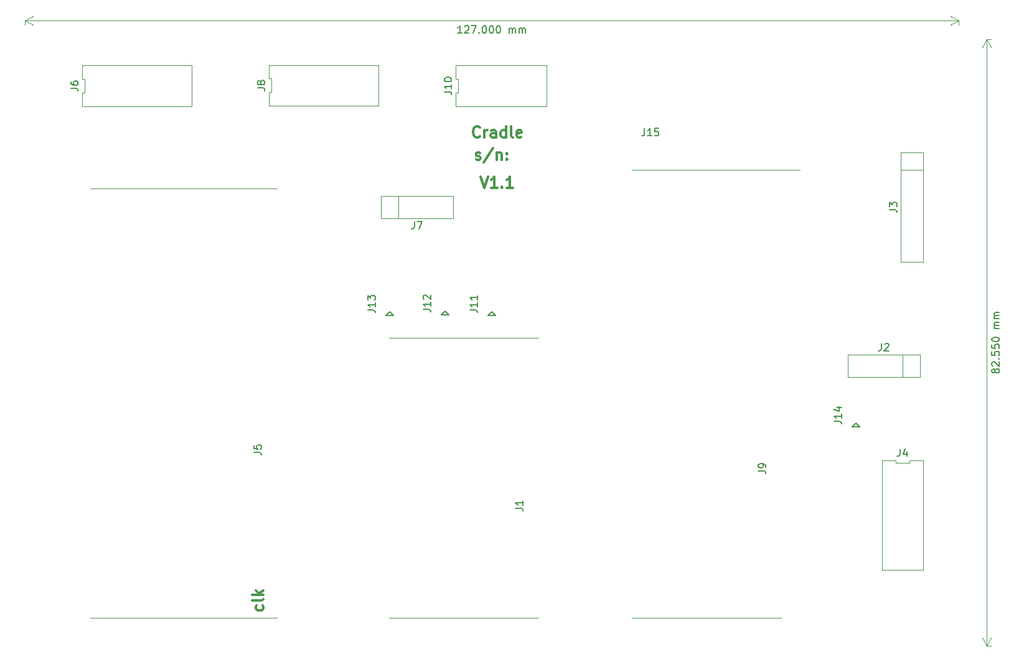
<source format=gbr>
G04 #@! TF.GenerationSoftware,KiCad,Pcbnew,(5.1.5)-3*
G04 #@! TF.CreationDate,2020-09-20T19:43:39-07:00*
G04 #@! TF.ProjectId,qf-cradle,71662d63-7261-4646-9c65-2e6b69636164,rev?*
G04 #@! TF.SameCoordinates,Original*
G04 #@! TF.FileFunction,Legend,Top*
G04 #@! TF.FilePolarity,Positive*
%FSLAX46Y46*%
G04 Gerber Fmt 4.6, Leading zero omitted, Abs format (unit mm)*
G04 Created by KiCad (PCBNEW (5.1.5)-3) date 2020-09-20 19:43:39*
%MOMM*%
%LPD*%
G04 APERTURE LIST*
%ADD10C,0.300000*%
%ADD11C,0.150000*%
%ADD12C,0.120000*%
G04 APERTURE END LIST*
D10*
X121666285Y-82236571D02*
X122166285Y-83736571D01*
X122666285Y-82236571D01*
X123952000Y-83736571D02*
X123094857Y-83736571D01*
X123523428Y-83736571D02*
X123523428Y-82236571D01*
X123380571Y-82450857D01*
X123237714Y-82593714D01*
X123094857Y-82665142D01*
X124594857Y-83593714D02*
X124666285Y-83665142D01*
X124594857Y-83736571D01*
X124523428Y-83665142D01*
X124594857Y-83593714D01*
X124594857Y-83736571D01*
X126094857Y-83736571D02*
X125237714Y-83736571D01*
X125666285Y-83736571D02*
X125666285Y-82236571D01*
X125523428Y-82450857D01*
X125380571Y-82593714D01*
X125237714Y-82665142D01*
X92047142Y-140537000D02*
X92118571Y-140679857D01*
X92118571Y-140965571D01*
X92047142Y-141108428D01*
X91975714Y-141179857D01*
X91832857Y-141251285D01*
X91404285Y-141251285D01*
X91261428Y-141179857D01*
X91190000Y-141108428D01*
X91118571Y-140965571D01*
X91118571Y-140679857D01*
X91190000Y-140537000D01*
X92118571Y-139679857D02*
X92047142Y-139822714D01*
X91904285Y-139894142D01*
X90618571Y-139894142D01*
X92118571Y-139108428D02*
X90618571Y-139108428D01*
X91547142Y-138965571D02*
X92118571Y-138537000D01*
X91118571Y-138537000D02*
X91690000Y-139108428D01*
X121047142Y-79855142D02*
X121190000Y-79926571D01*
X121475714Y-79926571D01*
X121618571Y-79855142D01*
X121690000Y-79712285D01*
X121690000Y-79640857D01*
X121618571Y-79498000D01*
X121475714Y-79426571D01*
X121261428Y-79426571D01*
X121118571Y-79355142D01*
X121047142Y-79212285D01*
X121047142Y-79140857D01*
X121118571Y-78998000D01*
X121261428Y-78926571D01*
X121475714Y-78926571D01*
X121618571Y-78998000D01*
X123404285Y-78355142D02*
X122118571Y-80283714D01*
X123904285Y-78926571D02*
X123904285Y-79926571D01*
X123904285Y-79069428D02*
X123975714Y-78998000D01*
X124118571Y-78926571D01*
X124332857Y-78926571D01*
X124475714Y-78998000D01*
X124547142Y-79140857D01*
X124547142Y-79926571D01*
X125261428Y-79783714D02*
X125332857Y-79855142D01*
X125261428Y-79926571D01*
X125190000Y-79855142D01*
X125261428Y-79783714D01*
X125261428Y-79926571D01*
X125261428Y-78998000D02*
X125332857Y-79069428D01*
X125261428Y-79140857D01*
X125190000Y-79069428D01*
X125261428Y-78998000D01*
X125261428Y-79140857D01*
X121559142Y-76735714D02*
X121487714Y-76807142D01*
X121273428Y-76878571D01*
X121130571Y-76878571D01*
X120916285Y-76807142D01*
X120773428Y-76664285D01*
X120702000Y-76521428D01*
X120630571Y-76235714D01*
X120630571Y-76021428D01*
X120702000Y-75735714D01*
X120773428Y-75592857D01*
X120916285Y-75450000D01*
X121130571Y-75378571D01*
X121273428Y-75378571D01*
X121487714Y-75450000D01*
X121559142Y-75521428D01*
X122202000Y-76878571D02*
X122202000Y-75878571D01*
X122202000Y-76164285D02*
X122273428Y-76021428D01*
X122344857Y-75950000D01*
X122487714Y-75878571D01*
X122630571Y-75878571D01*
X123773428Y-76878571D02*
X123773428Y-76092857D01*
X123702000Y-75950000D01*
X123559142Y-75878571D01*
X123273428Y-75878571D01*
X123130571Y-75950000D01*
X123773428Y-76807142D02*
X123630571Y-76878571D01*
X123273428Y-76878571D01*
X123130571Y-76807142D01*
X123059142Y-76664285D01*
X123059142Y-76521428D01*
X123130571Y-76378571D01*
X123273428Y-76307142D01*
X123630571Y-76307142D01*
X123773428Y-76235714D01*
X125130571Y-76878571D02*
X125130571Y-75378571D01*
X125130571Y-76807142D02*
X124987714Y-76878571D01*
X124702000Y-76878571D01*
X124559142Y-76807142D01*
X124487714Y-76735714D01*
X124416285Y-76592857D01*
X124416285Y-76164285D01*
X124487714Y-76021428D01*
X124559142Y-75950000D01*
X124702000Y-75878571D01*
X124987714Y-75878571D01*
X125130571Y-75950000D01*
X126059142Y-76878571D02*
X125916285Y-76807142D01*
X125844857Y-76664285D01*
X125844857Y-75378571D01*
X127202000Y-76807142D02*
X127059142Y-76878571D01*
X126773428Y-76878571D01*
X126630571Y-76807142D01*
X126559142Y-76664285D01*
X126559142Y-76092857D01*
X126630571Y-75950000D01*
X126773428Y-75878571D01*
X127059142Y-75878571D01*
X127202000Y-75950000D01*
X127273428Y-76092857D01*
X127273428Y-76235714D01*
X126559142Y-76378571D01*
D11*
X191650952Y-108727380D02*
X191603333Y-108822619D01*
X191555714Y-108870238D01*
X191460476Y-108917857D01*
X191412857Y-108917857D01*
X191317619Y-108870238D01*
X191270000Y-108822619D01*
X191222380Y-108727380D01*
X191222380Y-108536904D01*
X191270000Y-108441666D01*
X191317619Y-108394047D01*
X191412857Y-108346428D01*
X191460476Y-108346428D01*
X191555714Y-108394047D01*
X191603333Y-108441666D01*
X191650952Y-108536904D01*
X191650952Y-108727380D01*
X191698571Y-108822619D01*
X191746190Y-108870238D01*
X191841428Y-108917857D01*
X192031904Y-108917857D01*
X192127142Y-108870238D01*
X192174761Y-108822619D01*
X192222380Y-108727380D01*
X192222380Y-108536904D01*
X192174761Y-108441666D01*
X192127142Y-108394047D01*
X192031904Y-108346428D01*
X191841428Y-108346428D01*
X191746190Y-108394047D01*
X191698571Y-108441666D01*
X191650952Y-108536904D01*
X191317619Y-107965476D02*
X191270000Y-107917857D01*
X191222380Y-107822619D01*
X191222380Y-107584523D01*
X191270000Y-107489285D01*
X191317619Y-107441666D01*
X191412857Y-107394047D01*
X191508095Y-107394047D01*
X191650952Y-107441666D01*
X192222380Y-108013095D01*
X192222380Y-107394047D01*
X192127142Y-106965476D02*
X192174761Y-106917857D01*
X192222380Y-106965476D01*
X192174761Y-107013095D01*
X192127142Y-106965476D01*
X192222380Y-106965476D01*
X191222380Y-106013095D02*
X191222380Y-106489285D01*
X191698571Y-106536904D01*
X191650952Y-106489285D01*
X191603333Y-106394047D01*
X191603333Y-106155952D01*
X191650952Y-106060714D01*
X191698571Y-106013095D01*
X191793809Y-105965476D01*
X192031904Y-105965476D01*
X192127142Y-106013095D01*
X192174761Y-106060714D01*
X192222380Y-106155952D01*
X192222380Y-106394047D01*
X192174761Y-106489285D01*
X192127142Y-106536904D01*
X191222380Y-105060714D02*
X191222380Y-105536904D01*
X191698571Y-105584523D01*
X191650952Y-105536904D01*
X191603333Y-105441666D01*
X191603333Y-105203571D01*
X191650952Y-105108333D01*
X191698571Y-105060714D01*
X191793809Y-105013095D01*
X192031904Y-105013095D01*
X192127142Y-105060714D01*
X192174761Y-105108333D01*
X192222380Y-105203571D01*
X192222380Y-105441666D01*
X192174761Y-105536904D01*
X192127142Y-105584523D01*
X191222380Y-104394047D02*
X191222380Y-104298809D01*
X191270000Y-104203571D01*
X191317619Y-104155952D01*
X191412857Y-104108333D01*
X191603333Y-104060714D01*
X191841428Y-104060714D01*
X192031904Y-104108333D01*
X192127142Y-104155952D01*
X192174761Y-104203571D01*
X192222380Y-104298809D01*
X192222380Y-104394047D01*
X192174761Y-104489285D01*
X192127142Y-104536904D01*
X192031904Y-104584523D01*
X191841428Y-104632142D01*
X191603333Y-104632142D01*
X191412857Y-104584523D01*
X191317619Y-104536904D01*
X191270000Y-104489285D01*
X191222380Y-104394047D01*
X192222380Y-102870238D02*
X191555714Y-102870238D01*
X191650952Y-102870238D02*
X191603333Y-102822619D01*
X191555714Y-102727380D01*
X191555714Y-102584523D01*
X191603333Y-102489285D01*
X191698571Y-102441666D01*
X192222380Y-102441666D01*
X191698571Y-102441666D02*
X191603333Y-102394047D01*
X191555714Y-102298809D01*
X191555714Y-102155952D01*
X191603333Y-102060714D01*
X191698571Y-102013095D01*
X192222380Y-102013095D01*
X192222380Y-101536904D02*
X191555714Y-101536904D01*
X191650952Y-101536904D02*
X191603333Y-101489285D01*
X191555714Y-101394047D01*
X191555714Y-101251190D01*
X191603333Y-101155952D01*
X191698571Y-101108333D01*
X192222380Y-101108333D01*
X191698571Y-101108333D02*
X191603333Y-101060714D01*
X191555714Y-100965476D01*
X191555714Y-100822619D01*
X191603333Y-100727380D01*
X191698571Y-100679761D01*
X192222380Y-100679761D01*
D12*
X190500000Y-146050000D02*
X190500000Y-63500000D01*
X190500000Y-146050000D02*
X191086421Y-146050000D01*
X190500000Y-63500000D02*
X191086421Y-63500000D01*
X190500000Y-63500000D02*
X191086421Y-64626504D01*
X190500000Y-63500000D02*
X189913579Y-64626504D01*
X190500000Y-146050000D02*
X191086421Y-144923496D01*
X190500000Y-146050000D02*
X189913579Y-144923496D01*
D11*
X119142380Y-62682380D02*
X118570952Y-62682380D01*
X118856666Y-62682380D02*
X118856666Y-61682380D01*
X118761428Y-61825238D01*
X118666190Y-61920476D01*
X118570952Y-61968095D01*
X119523333Y-61777619D02*
X119570952Y-61730000D01*
X119666190Y-61682380D01*
X119904285Y-61682380D01*
X119999523Y-61730000D01*
X120047142Y-61777619D01*
X120094761Y-61872857D01*
X120094761Y-61968095D01*
X120047142Y-62110952D01*
X119475714Y-62682380D01*
X120094761Y-62682380D01*
X120428095Y-61682380D02*
X121094761Y-61682380D01*
X120666190Y-62682380D01*
X121475714Y-62587142D02*
X121523333Y-62634761D01*
X121475714Y-62682380D01*
X121428095Y-62634761D01*
X121475714Y-62587142D01*
X121475714Y-62682380D01*
X122142380Y-61682380D02*
X122237619Y-61682380D01*
X122332857Y-61730000D01*
X122380476Y-61777619D01*
X122428095Y-61872857D01*
X122475714Y-62063333D01*
X122475714Y-62301428D01*
X122428095Y-62491904D01*
X122380476Y-62587142D01*
X122332857Y-62634761D01*
X122237619Y-62682380D01*
X122142380Y-62682380D01*
X122047142Y-62634761D01*
X121999523Y-62587142D01*
X121951904Y-62491904D01*
X121904285Y-62301428D01*
X121904285Y-62063333D01*
X121951904Y-61872857D01*
X121999523Y-61777619D01*
X122047142Y-61730000D01*
X122142380Y-61682380D01*
X123094761Y-61682380D02*
X123190000Y-61682380D01*
X123285238Y-61730000D01*
X123332857Y-61777619D01*
X123380476Y-61872857D01*
X123428095Y-62063333D01*
X123428095Y-62301428D01*
X123380476Y-62491904D01*
X123332857Y-62587142D01*
X123285238Y-62634761D01*
X123190000Y-62682380D01*
X123094761Y-62682380D01*
X122999523Y-62634761D01*
X122951904Y-62587142D01*
X122904285Y-62491904D01*
X122856666Y-62301428D01*
X122856666Y-62063333D01*
X122904285Y-61872857D01*
X122951904Y-61777619D01*
X122999523Y-61730000D01*
X123094761Y-61682380D01*
X124047142Y-61682380D02*
X124142380Y-61682380D01*
X124237619Y-61730000D01*
X124285238Y-61777619D01*
X124332857Y-61872857D01*
X124380476Y-62063333D01*
X124380476Y-62301428D01*
X124332857Y-62491904D01*
X124285238Y-62587142D01*
X124237619Y-62634761D01*
X124142380Y-62682380D01*
X124047142Y-62682380D01*
X123951904Y-62634761D01*
X123904285Y-62587142D01*
X123856666Y-62491904D01*
X123809047Y-62301428D01*
X123809047Y-62063333D01*
X123856666Y-61872857D01*
X123904285Y-61777619D01*
X123951904Y-61730000D01*
X124047142Y-61682380D01*
X125570952Y-62682380D02*
X125570952Y-62015714D01*
X125570952Y-62110952D02*
X125618571Y-62063333D01*
X125713809Y-62015714D01*
X125856666Y-62015714D01*
X125951904Y-62063333D01*
X125999523Y-62158571D01*
X125999523Y-62682380D01*
X125999523Y-62158571D02*
X126047142Y-62063333D01*
X126142380Y-62015714D01*
X126285238Y-62015714D01*
X126380476Y-62063333D01*
X126428095Y-62158571D01*
X126428095Y-62682380D01*
X126904285Y-62682380D02*
X126904285Y-62015714D01*
X126904285Y-62110952D02*
X126951904Y-62063333D01*
X127047142Y-62015714D01*
X127190000Y-62015714D01*
X127285238Y-62063333D01*
X127332857Y-62158571D01*
X127332857Y-62682380D01*
X127332857Y-62158571D02*
X127380476Y-62063333D01*
X127475714Y-62015714D01*
X127618571Y-62015714D01*
X127713809Y-62063333D01*
X127761428Y-62158571D01*
X127761428Y-62682380D01*
D12*
X59690000Y-60960000D02*
X186690000Y-60960000D01*
X59690000Y-60960000D02*
X59690000Y-61546421D01*
X186690000Y-60960000D02*
X186690000Y-61546421D01*
X186690000Y-60960000D02*
X185563496Y-61546421D01*
X186690000Y-60960000D02*
X185563496Y-60373579D01*
X59690000Y-60960000D02*
X60816504Y-61546421D01*
X59690000Y-60960000D02*
X60816504Y-60373579D01*
D11*
X109860000Y-101100000D02*
X109335000Y-100575000D01*
X108810000Y-101100000D02*
X109860000Y-101100000D01*
X109335000Y-100575000D02*
X108810000Y-101100000D01*
D12*
X109220000Y-104140000D02*
X129540000Y-104140000D01*
X109220000Y-142240000D02*
X129540000Y-142240000D01*
X179070000Y-109450000D02*
X179070000Y-106450000D01*
X181440000Y-106450000D02*
X181440000Y-109450000D01*
X171620000Y-106450000D02*
X181440000Y-106450000D01*
X171620000Y-109450000D02*
X171620000Y-106450000D01*
X181440000Y-109450000D02*
X171620000Y-109450000D01*
X181840000Y-81280000D02*
X178840000Y-81280000D01*
X178840000Y-78910000D02*
X181840000Y-78910000D01*
X178840000Y-93810000D02*
X178840000Y-78910000D01*
X181840000Y-93810000D02*
X178840000Y-93810000D01*
X181840000Y-78910000D02*
X181840000Y-93810000D01*
X176300001Y-120820000D02*
X176300000Y-135720000D01*
X176300000Y-135720000D02*
X181839999Y-135720000D01*
X181839999Y-135720000D02*
X181840000Y-120820000D01*
X181840000Y-120820000D02*
X179993333Y-120820000D01*
X179993333Y-120820000D02*
X179993333Y-121180000D01*
X179993333Y-121180000D02*
X178146667Y-121180000D01*
X178146667Y-121180000D02*
X178146667Y-120820000D01*
X178146667Y-120820000D02*
X176300001Y-120820000D01*
X68580000Y-83820000D02*
X93980000Y-83820000D01*
X68580000Y-142240000D02*
X93980000Y-142240000D01*
X67480000Y-70773333D02*
X67480000Y-72619999D01*
X67840000Y-70773333D02*
X67480000Y-70773333D01*
X67840000Y-68926667D02*
X67840000Y-70773333D01*
X67480000Y-68926667D02*
X67840000Y-68926667D01*
X67480000Y-67080000D02*
X67480000Y-68926667D01*
X82380000Y-67080001D02*
X67480000Y-67080000D01*
X82380000Y-72620000D02*
X82380000Y-67080001D01*
X67480000Y-72619999D02*
X82380000Y-72620000D01*
X108120000Y-84860000D02*
X117940000Y-84860000D01*
X117940000Y-84860000D02*
X117940000Y-87860000D01*
X117940000Y-87860000D02*
X108120000Y-87860000D01*
X108120000Y-87860000D02*
X108120000Y-84860000D01*
X110490000Y-84860000D02*
X110490000Y-87860000D01*
X92880000Y-70717333D02*
X92880000Y-72563999D01*
X93240000Y-70717333D02*
X92880000Y-70717333D01*
X93240000Y-68870667D02*
X93240000Y-70717333D01*
X92880000Y-68870667D02*
X93240000Y-68870667D01*
X92880000Y-67024000D02*
X92880000Y-68870667D01*
X107780000Y-67024001D02*
X92880000Y-67024000D01*
X107780000Y-72564000D02*
X107780000Y-67024001D01*
X92880000Y-72563999D02*
X107780000Y-72564000D01*
X142240000Y-81280000D02*
X165100000Y-81280000D01*
X142240000Y-142240000D02*
X162560000Y-142240000D01*
X118280000Y-70773333D02*
X118280000Y-72619999D01*
X118640000Y-70773333D02*
X118280000Y-70773333D01*
X118640000Y-68926667D02*
X118640000Y-70773333D01*
X118280000Y-68926667D02*
X118640000Y-68926667D01*
X118280000Y-67080000D02*
X118280000Y-68926667D01*
X130640000Y-67080001D02*
X118280000Y-67080000D01*
X130640000Y-72620000D02*
X130640000Y-67080001D01*
X118280000Y-72619999D02*
X130640000Y-72620000D01*
D11*
X123215000Y-100575000D02*
X122690000Y-101100000D01*
X122690000Y-101100000D02*
X123740000Y-101100000D01*
X123740000Y-101100000D02*
X123215000Y-100575000D01*
X116865000Y-100495000D02*
X116340000Y-101020000D01*
X116340000Y-101020000D02*
X117390000Y-101020000D01*
X117390000Y-101020000D02*
X116865000Y-100495000D01*
X173270000Y-116260000D02*
X172745000Y-115735000D01*
X172220000Y-116260000D02*
X173270000Y-116260000D01*
X172745000Y-115735000D02*
X172220000Y-116260000D01*
X106332380Y-100329523D02*
X107046666Y-100329523D01*
X107189523Y-100377142D01*
X107284761Y-100472380D01*
X107332380Y-100615238D01*
X107332380Y-100710476D01*
X107332380Y-99329523D02*
X107332380Y-99900952D01*
X107332380Y-99615238D02*
X106332380Y-99615238D01*
X106475238Y-99710476D01*
X106570476Y-99805714D01*
X106618095Y-99900952D01*
X106332380Y-98996190D02*
X106332380Y-98377142D01*
X106713333Y-98710476D01*
X106713333Y-98567619D01*
X106760952Y-98472380D01*
X106808571Y-98424761D01*
X106903809Y-98377142D01*
X107141904Y-98377142D01*
X107237142Y-98424761D01*
X107284761Y-98472380D01*
X107332380Y-98567619D01*
X107332380Y-98853333D01*
X107284761Y-98948571D01*
X107237142Y-98996190D01*
X126452380Y-127333333D02*
X127166666Y-127333333D01*
X127309523Y-127380952D01*
X127404761Y-127476190D01*
X127452380Y-127619047D01*
X127452380Y-127714285D01*
X127452380Y-126333333D02*
X127452380Y-126904761D01*
X127452380Y-126619047D02*
X126452380Y-126619047D01*
X126595238Y-126714285D01*
X126690476Y-126809523D01*
X126738095Y-126904761D01*
X176196666Y-104902380D02*
X176196666Y-105616666D01*
X176149047Y-105759523D01*
X176053809Y-105854761D01*
X175910952Y-105902380D01*
X175815714Y-105902380D01*
X176625238Y-104997619D02*
X176672857Y-104950000D01*
X176768095Y-104902380D01*
X177006190Y-104902380D01*
X177101428Y-104950000D01*
X177149047Y-104997619D01*
X177196666Y-105092857D01*
X177196666Y-105188095D01*
X177149047Y-105330952D01*
X176577619Y-105902380D01*
X177196666Y-105902380D01*
X177292380Y-86693333D02*
X178006666Y-86693333D01*
X178149523Y-86740952D01*
X178244761Y-86836190D01*
X178292380Y-86979047D01*
X178292380Y-87074285D01*
X177292380Y-86312380D02*
X177292380Y-85693333D01*
X177673333Y-86026666D01*
X177673333Y-85883809D01*
X177720952Y-85788571D01*
X177768571Y-85740952D01*
X177863809Y-85693333D01*
X178101904Y-85693333D01*
X178197142Y-85740952D01*
X178244761Y-85788571D01*
X178292380Y-85883809D01*
X178292380Y-86169523D01*
X178244761Y-86264761D01*
X178197142Y-86312380D01*
X178736666Y-119272380D02*
X178736666Y-119986666D01*
X178689047Y-120129523D01*
X178593809Y-120224761D01*
X178450952Y-120272380D01*
X178355714Y-120272380D01*
X179641428Y-119605714D02*
X179641428Y-120272380D01*
X179403333Y-119224761D02*
X179165238Y-119939047D01*
X179784285Y-119939047D01*
X90852380Y-119713333D02*
X91566666Y-119713333D01*
X91709523Y-119760952D01*
X91804761Y-119856190D01*
X91852380Y-119999047D01*
X91852380Y-120094285D01*
X90852380Y-118760952D02*
X90852380Y-119237142D01*
X91328571Y-119284761D01*
X91280952Y-119237142D01*
X91233333Y-119141904D01*
X91233333Y-118903809D01*
X91280952Y-118808571D01*
X91328571Y-118760952D01*
X91423809Y-118713333D01*
X91661904Y-118713333D01*
X91757142Y-118760952D01*
X91804761Y-118808571D01*
X91852380Y-118903809D01*
X91852380Y-119141904D01*
X91804761Y-119237142D01*
X91757142Y-119284761D01*
X65932380Y-70183333D02*
X66646666Y-70183333D01*
X66789523Y-70230952D01*
X66884761Y-70326190D01*
X66932380Y-70469047D01*
X66932380Y-70564285D01*
X65932380Y-69278571D02*
X65932380Y-69469047D01*
X65980000Y-69564285D01*
X66027619Y-69611904D01*
X66170476Y-69707142D01*
X66360952Y-69754761D01*
X66741904Y-69754761D01*
X66837142Y-69707142D01*
X66884761Y-69659523D01*
X66932380Y-69564285D01*
X66932380Y-69373809D01*
X66884761Y-69278571D01*
X66837142Y-69230952D01*
X66741904Y-69183333D01*
X66503809Y-69183333D01*
X66408571Y-69230952D01*
X66360952Y-69278571D01*
X66313333Y-69373809D01*
X66313333Y-69564285D01*
X66360952Y-69659523D01*
X66408571Y-69707142D01*
X66503809Y-69754761D01*
X112696666Y-88312380D02*
X112696666Y-89026666D01*
X112649047Y-89169523D01*
X112553809Y-89264761D01*
X112410952Y-89312380D01*
X112315714Y-89312380D01*
X113077619Y-88312380D02*
X113744285Y-88312380D01*
X113315714Y-89312380D01*
X91332380Y-70127333D02*
X92046666Y-70127333D01*
X92189523Y-70174952D01*
X92284761Y-70270190D01*
X92332380Y-70413047D01*
X92332380Y-70508285D01*
X91760952Y-69508285D02*
X91713333Y-69603523D01*
X91665714Y-69651142D01*
X91570476Y-69698761D01*
X91522857Y-69698761D01*
X91427619Y-69651142D01*
X91380000Y-69603523D01*
X91332380Y-69508285D01*
X91332380Y-69317809D01*
X91380000Y-69222571D01*
X91427619Y-69174952D01*
X91522857Y-69127333D01*
X91570476Y-69127333D01*
X91665714Y-69174952D01*
X91713333Y-69222571D01*
X91760952Y-69317809D01*
X91760952Y-69508285D01*
X91808571Y-69603523D01*
X91856190Y-69651142D01*
X91951428Y-69698761D01*
X92141904Y-69698761D01*
X92237142Y-69651142D01*
X92284761Y-69603523D01*
X92332380Y-69508285D01*
X92332380Y-69317809D01*
X92284761Y-69222571D01*
X92237142Y-69174952D01*
X92141904Y-69127333D01*
X91951428Y-69127333D01*
X91856190Y-69174952D01*
X91808571Y-69222571D01*
X91760952Y-69317809D01*
X159472380Y-122253333D02*
X160186666Y-122253333D01*
X160329523Y-122300952D01*
X160424761Y-122396190D01*
X160472380Y-122539047D01*
X160472380Y-122634285D01*
X160472380Y-121729523D02*
X160472380Y-121539047D01*
X160424761Y-121443809D01*
X160377142Y-121396190D01*
X160234285Y-121300952D01*
X160043809Y-121253333D01*
X159662857Y-121253333D01*
X159567619Y-121300952D01*
X159520000Y-121348571D01*
X159472380Y-121443809D01*
X159472380Y-121634285D01*
X159520000Y-121729523D01*
X159567619Y-121777142D01*
X159662857Y-121824761D01*
X159900952Y-121824761D01*
X159996190Y-121777142D01*
X160043809Y-121729523D01*
X160091428Y-121634285D01*
X160091428Y-121443809D01*
X160043809Y-121348571D01*
X159996190Y-121300952D01*
X159900952Y-121253333D01*
X116732380Y-70659523D02*
X117446666Y-70659523D01*
X117589523Y-70707142D01*
X117684761Y-70802380D01*
X117732380Y-70945238D01*
X117732380Y-71040476D01*
X117732380Y-69659523D02*
X117732380Y-70230952D01*
X117732380Y-69945238D02*
X116732380Y-69945238D01*
X116875238Y-70040476D01*
X116970476Y-70135714D01*
X117018095Y-70230952D01*
X116732380Y-69040476D02*
X116732380Y-68945238D01*
X116780000Y-68850000D01*
X116827619Y-68802380D01*
X116922857Y-68754761D01*
X117113333Y-68707142D01*
X117351428Y-68707142D01*
X117541904Y-68754761D01*
X117637142Y-68802380D01*
X117684761Y-68850000D01*
X117732380Y-68945238D01*
X117732380Y-69040476D01*
X117684761Y-69135714D01*
X117637142Y-69183333D01*
X117541904Y-69230952D01*
X117351428Y-69278571D01*
X117113333Y-69278571D01*
X116922857Y-69230952D01*
X116827619Y-69183333D01*
X116780000Y-69135714D01*
X116732380Y-69040476D01*
X120212380Y-100329523D02*
X120926666Y-100329523D01*
X121069523Y-100377142D01*
X121164761Y-100472380D01*
X121212380Y-100615238D01*
X121212380Y-100710476D01*
X121212380Y-99329523D02*
X121212380Y-99900952D01*
X121212380Y-99615238D02*
X120212380Y-99615238D01*
X120355238Y-99710476D01*
X120450476Y-99805714D01*
X120498095Y-99900952D01*
X121212380Y-98377142D02*
X121212380Y-98948571D01*
X121212380Y-98662857D02*
X120212380Y-98662857D01*
X120355238Y-98758095D01*
X120450476Y-98853333D01*
X120498095Y-98948571D01*
X113862380Y-100249523D02*
X114576666Y-100249523D01*
X114719523Y-100297142D01*
X114814761Y-100392380D01*
X114862380Y-100535238D01*
X114862380Y-100630476D01*
X114862380Y-99249523D02*
X114862380Y-99820952D01*
X114862380Y-99535238D02*
X113862380Y-99535238D01*
X114005238Y-99630476D01*
X114100476Y-99725714D01*
X114148095Y-99820952D01*
X113957619Y-98868571D02*
X113910000Y-98820952D01*
X113862380Y-98725714D01*
X113862380Y-98487619D01*
X113910000Y-98392380D01*
X113957619Y-98344761D01*
X114052857Y-98297142D01*
X114148095Y-98297142D01*
X114290952Y-98344761D01*
X114862380Y-98916190D01*
X114862380Y-98297142D01*
X169742380Y-115489523D02*
X170456666Y-115489523D01*
X170599523Y-115537142D01*
X170694761Y-115632380D01*
X170742380Y-115775238D01*
X170742380Y-115870476D01*
X170742380Y-114489523D02*
X170742380Y-115060952D01*
X170742380Y-114775238D02*
X169742380Y-114775238D01*
X169885238Y-114870476D01*
X169980476Y-114965714D01*
X170028095Y-115060952D01*
X170075714Y-113632380D02*
X170742380Y-113632380D01*
X169694761Y-113870476D02*
X170409047Y-114108571D01*
X170409047Y-113489523D01*
X143970476Y-75652380D02*
X143970476Y-76366666D01*
X143922857Y-76509523D01*
X143827619Y-76604761D01*
X143684761Y-76652380D01*
X143589523Y-76652380D01*
X144970476Y-76652380D02*
X144399047Y-76652380D01*
X144684761Y-76652380D02*
X144684761Y-75652380D01*
X144589523Y-75795238D01*
X144494285Y-75890476D01*
X144399047Y-75938095D01*
X145875238Y-75652380D02*
X145399047Y-75652380D01*
X145351428Y-76128571D01*
X145399047Y-76080952D01*
X145494285Y-76033333D01*
X145732380Y-76033333D01*
X145827619Y-76080952D01*
X145875238Y-76128571D01*
X145922857Y-76223809D01*
X145922857Y-76461904D01*
X145875238Y-76557142D01*
X145827619Y-76604761D01*
X145732380Y-76652380D01*
X145494285Y-76652380D01*
X145399047Y-76604761D01*
X145351428Y-76557142D01*
M02*

</source>
